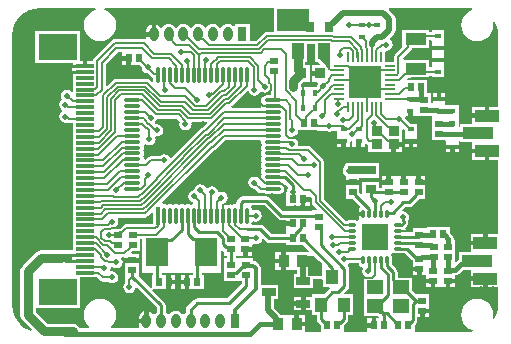
<source format=gtl>
G04*
G04 #@! TF.GenerationSoftware,Altium Limited,Altium Designer,19.1.2 (11)*
G04*
G04 Layer_Physical_Order=1*
G04 Layer_Color=128*
%FSLAX25Y25*%
%MOIN*%
G70*
G01*
G75*
%ADD10C,0.01000*%
%ADD16C,0.00800*%
%ADD19C,0.00600*%
%ADD21R,0.05512X0.04528*%
%ADD22R,0.02559X0.02362*%
%ADD23R,0.04000X0.05000*%
%ADD24R,0.02362X0.02559*%
%ADD25R,0.02200X0.01600*%
%ADD26R,0.01600X0.02200*%
%ADD27R,0.03583X0.03543*%
%ADD28R,0.03661X0.03858*%
%ADD29R,0.03150X0.03543*%
%ADD30R,0.03543X0.03150*%
%ADD31R,0.03937X0.05512*%
%ADD32R,0.07874X0.03937*%
%ADD33R,0.09843X0.03937*%
%ADD34O,0.05906X0.01181*%
%ADD35O,0.01181X0.05906*%
%ADD36R,0.01181X0.05906*%
G04:AMPARAMS|DCode=37|XSize=7.95mil|YSize=35.83mil|CornerRadius=1.99mil|HoleSize=0mil|Usage=FLASHONLY|Rotation=270.000|XOffset=0mil|YOffset=0mil|HoleType=Round|Shape=RoundedRectangle|*
%AMROUNDEDRECTD37*
21,1,0.00795,0.03185,0,0,270.0*
21,1,0.00398,0.03583,0,0,270.0*
1,1,0.00398,-0.01593,-0.00199*
1,1,0.00398,-0.01593,0.00199*
1,1,0.00398,0.01593,0.00199*
1,1,0.00398,0.01593,-0.00199*
%
%ADD37ROUNDEDRECTD37*%
G04:AMPARAMS|DCode=38|XSize=7.95mil|YSize=35.83mil|CornerRadius=1.99mil|HoleSize=0mil|Usage=FLASHONLY|Rotation=270.000|XOffset=0mil|YOffset=0mil|HoleType=Round|Shape=RoundedRectangle|*
%AMROUNDEDRECTD38*
21,1,0.00795,0.03185,0,0,270.0*
21,1,0.00398,0.03583,0,0,270.0*
1,1,0.00398,-0.01593,-0.00199*
1,1,0.00398,-0.01593,0.00199*
1,1,0.00398,0.01593,0.00199*
1,1,0.00398,0.01593,-0.00199*
%
%ADD38ROUNDEDRECTD38*%
G04:AMPARAMS|DCode=39|XSize=7.95mil|YSize=35.83mil|CornerRadius=1.99mil|HoleSize=0mil|Usage=FLASHONLY|Rotation=0.000|XOffset=0mil|YOffset=0mil|HoleType=Round|Shape=RoundedRectangle|*
%AMROUNDEDRECTD39*
21,1,0.00795,0.03185,0,0,0.0*
21,1,0.00398,0.03583,0,0,0.0*
1,1,0.00398,0.00199,-0.01593*
1,1,0.00398,-0.00199,-0.01593*
1,1,0.00398,-0.00199,0.01593*
1,1,0.00398,0.00199,0.01593*
%
%ADD39ROUNDEDRECTD39*%
G04:AMPARAMS|DCode=40|XSize=7.95mil|YSize=35.83mil|CornerRadius=1.99mil|HoleSize=0mil|Usage=FLASHONLY|Rotation=0.000|XOffset=0mil|YOffset=0mil|HoleType=Round|Shape=RoundedRectangle|*
%AMROUNDEDRECTD40*
21,1,0.00795,0.03185,0,0,0.0*
21,1,0.00398,0.03583,0,0,0.0*
1,1,0.00398,0.00199,-0.01593*
1,1,0.00398,-0.00199,-0.01593*
1,1,0.00398,-0.00199,0.01593*
1,1,0.00398,0.00199,0.01593*
%
%ADD40ROUNDEDRECTD40*%
%ADD41R,0.09055X0.09055*%
%ADD42O,0.01102X0.03150*%
%ADD43O,0.03150X0.01102*%
%ADD44R,0.04528X0.02559*%
%ADD45R,0.07087X0.03937*%
%ADD46R,0.07480X0.09449*%
%ADD47R,0.12992X0.08661*%
%ADD48R,0.05906X0.01181*%
%ADD49R,0.03740X0.03347*%
%ADD84R,0.11020X0.11020*%
%ADD85C,0.00700*%
%ADD86C,0.01500*%
%ADD87C,0.03000*%
%ADD88C,0.01200*%
%ADD89C,0.02000*%
%ADD90R,0.11000X0.07500*%
%ADD91R,0.04500X0.03000*%
%ADD92R,0.07500X0.02500*%
%ADD93R,0.03150X0.04724*%
%ADD94O,0.03150X0.04724*%
%ADD95C,0.02000*%
G36*
X11336Y110188D02*
X11500Y110155D01*
X29916D01*
X30015Y109655D01*
X28812Y109156D01*
X27698Y108302D01*
X26844Y107188D01*
X26307Y105892D01*
X26123Y104500D01*
X26307Y103108D01*
X26844Y101812D01*
X27698Y100698D01*
X28812Y99844D01*
X30108Y99306D01*
X31500Y99123D01*
X32892Y99306D01*
X34188Y99844D01*
X35302Y100698D01*
X36156Y101812D01*
X36694Y103108D01*
X36877Y104500D01*
X36694Y105892D01*
X36156Y107188D01*
X35302Y108302D01*
X34188Y109156D01*
X32985Y109655D01*
X33084Y110155D01*
X89353D01*
X89480Y110000D01*
Y102500D01*
X89383Y102381D01*
X87056D01*
X86549Y102280D01*
X86119Y101993D01*
X83351Y99225D01*
X81559D01*
Y104862D01*
X76410D01*
Y104280D01*
X75910Y104111D01*
X75899Y104124D01*
X75362Y104536D01*
X74735Y104796D01*
X74063Y104884D01*
X73391Y104796D01*
X72764Y104536D01*
X72227Y104124D01*
X71891Y103686D01*
X71657Y103639D01*
X71548D01*
X71314Y103686D01*
X70978Y104124D01*
X70440Y104536D01*
X69814Y104796D01*
X69142Y104884D01*
X68470Y104796D01*
X67843Y104536D01*
X67305Y104124D01*
X66969Y103686D01*
X66736Y103639D01*
X66626D01*
X66393Y103686D01*
X66057Y104124D01*
X65519Y104536D01*
X64893Y104796D01*
X64220Y104884D01*
X63548Y104796D01*
X62922Y104536D01*
X62384Y104124D01*
X62048Y103686D01*
X61815Y103639D01*
X61705D01*
X61472Y103686D01*
X61136Y104124D01*
X60598Y104536D01*
X59971Y104796D01*
X59299Y104884D01*
X58627Y104796D01*
X58001Y104536D01*
X57463Y104124D01*
X57127Y103686D01*
X56893Y103639D01*
X56784D01*
X56550Y103686D01*
X56214Y104124D01*
X55677Y104536D01*
X55050Y104796D01*
X54378Y104884D01*
X53706Y104796D01*
X53079Y104536D01*
X52542Y104124D01*
X52206Y103686D01*
X51972Y103639D01*
X51863D01*
X51629Y103686D01*
X51293Y104124D01*
X50755Y104536D01*
X50207Y104764D01*
Y101500D01*
X49457D01*
Y100750D01*
X46860D01*
Y100713D01*
X46922Y100239D01*
X46867Y100147D01*
X46577Y99891D01*
X46486Y99855D01*
X46121Y99927D01*
X46121Y99927D01*
X36379D01*
X36379Y99927D01*
X35832Y99819D01*
X35369Y99509D01*
X35369Y99509D01*
X29576Y93716D01*
X29267Y93253D01*
X29158Y92707D01*
X28713Y92541D01*
X27272D01*
Y90950D01*
X26505D01*
X26295Y91160D01*
X25773D01*
Y92541D01*
X24964D01*
Y102571D01*
X9972D01*
Y91909D01*
X22570D01*
Y91160D01*
X22023D01*
Y88700D01*
X22080Y88757D01*
X22580Y88682D01*
Y84671D01*
X22570D01*
Y82402D01*
X22070Y82251D01*
X21942Y82442D01*
X21280Y82884D01*
X20500Y83039D01*
X19720Y82884D01*
X19058Y82442D01*
X18616Y81780D01*
X18461Y81000D01*
X18616Y80220D01*
X18957Y79709D01*
X18558Y79442D01*
X18116Y78780D01*
X17961Y78000D01*
X18116Y77220D01*
X18558Y76558D01*
X18944Y76300D01*
Y75700D01*
X18558Y75442D01*
X18116Y74780D01*
X17961Y74000D01*
X18116Y73220D01*
X18558Y72558D01*
X19220Y72116D01*
X20000Y71961D01*
X20357Y72032D01*
X20522Y71921D01*
X21069Y71813D01*
X22570D01*
Y69679D01*
Y65740D01*
Y61800D01*
Y57869D01*
Y53930D01*
Y49990D01*
Y46055D01*
Y42120D01*
Y38179D01*
Y34244D01*
Y29756D01*
X22070Y29506D01*
X22000Y29520D01*
X18648D01*
X18500Y29549D01*
X12000D01*
X11025Y29355D01*
X10198Y28802D01*
X5698Y24302D01*
X5145Y23475D01*
X4951Y22500D01*
Y8000D01*
X5145Y7025D01*
X5698Y6198D01*
X8754Y3141D01*
X8497Y2712D01*
X7801Y2923D01*
X6243Y3756D01*
X4877Y4877D01*
X3756Y6243D01*
X2923Y7801D01*
X2410Y9492D01*
X2237Y11250D01*
X2246Y11337D01*
X2279Y11502D01*
Y101435D01*
X2267Y101495D01*
X2409Y102942D01*
X2922Y104632D01*
X3755Y106191D01*
X4876Y107556D01*
X6241Y108677D01*
X7800Y109510D01*
X9490Y110023D01*
X11248Y110196D01*
X11336Y110188D01*
D02*
G37*
G36*
X155494Y110096D02*
X155377Y109506D01*
X154532Y109156D01*
X153419Y108302D01*
X152564Y107188D01*
X152027Y105892D01*
X151844Y104500D01*
X152027Y103108D01*
X152564Y101812D01*
X153419Y100698D01*
X154532Y99844D01*
X155829Y99306D01*
X157220Y99123D01*
X158612Y99306D01*
X159909Y99844D01*
X161022Y100698D01*
X161877Y101812D01*
X162414Y103108D01*
X162597Y104500D01*
X162449Y105625D01*
X162933Y105780D01*
X163510Y104701D01*
X164023Y103010D01*
X164196Y101251D01*
X164188Y101164D01*
X164155Y101000D01*
Y77374D01*
X161250D01*
Y74405D01*
X160500D01*
Y73655D01*
X155563D01*
Y71469D01*
X151626D01*
Y70608D01*
X151600Y70587D01*
X151100Y70822D01*
Y73800D01*
X151100D01*
Y74200D01*
X151100D01*
Y77800D01*
X146900D01*
Y77800D01*
X146796D01*
X146600Y78200D01*
X146600Y78300D01*
Y79250D01*
X144500D01*
X142400D01*
Y78715D01*
X141900Y78468D01*
X141779Y78561D01*
Y81854D01*
X140575D01*
Y86279D01*
X133951D01*
X133760Y86742D01*
X134101Y87083D01*
X135152D01*
X135152Y87083D01*
X135290Y87110D01*
X141264D01*
Y87573D01*
X142121D01*
Y87200D01*
X146320D01*
Y90700D01*
X146320Y90800D01*
Y91200D01*
X146320Y91300D01*
Y92250D01*
X144220D01*
X142121D01*
Y91300D01*
X142121Y91200D01*
Y90800D01*
X141764Y90457D01*
X141264Y90506D01*
Y93047D01*
X132762D01*
X132566Y93547D01*
X135231Y96212D01*
X135231Y96212D01*
X135540Y96675D01*
X135595Y96953D01*
X141264D01*
Y99494D01*
X141764Y99543D01*
X142121Y99200D01*
Y98800D01*
X142121Y98700D01*
Y97750D01*
X144220D01*
X146320D01*
Y98700D01*
X146320Y98800D01*
Y99200D01*
X146320Y99300D01*
Y102800D01*
X142121D01*
Y102427D01*
X141264D01*
Y102890D01*
X132177D01*
Y97196D01*
X129991Y95009D01*
X129681Y94546D01*
X129573Y94000D01*
X129573Y94000D01*
Y92433D01*
X126653D01*
Y95478D01*
X126645Y95522D01*
X127000Y95961D01*
X127780Y96116D01*
X128442Y96558D01*
X128884Y97220D01*
X129039Y98000D01*
X128884Y98780D01*
X128442Y99442D01*
X128197Y99606D01*
X128133Y100250D01*
X129442Y101558D01*
X129884Y102220D01*
X130039Y103000D01*
Y106500D01*
X129884Y107280D01*
X129442Y107942D01*
X127729Y109655D01*
X127936Y110155D01*
X155435D01*
X155494Y110096D01*
D02*
G37*
G36*
X108000Y90000D02*
X107000Y91000D01*
X104500Y93500D01*
X104500Y94000D01*
X108000D01*
X108000Y90000D01*
D02*
G37*
G36*
X38866Y94250D02*
X41047D01*
Y93500D01*
X41797D01*
Y91220D01*
X44655D01*
X45383Y90492D01*
X45379Y90475D01*
X45534Y89695D01*
X45976Y89033D01*
X46638Y88591D01*
X47418Y88436D01*
X47436Y88440D01*
X48554Y87321D01*
X48554Y87321D01*
X49017Y87011D01*
X49264Y86962D01*
Y85833D01*
X48764Y85626D01*
X48053Y86337D01*
X47623Y86625D01*
X47115Y86725D01*
X36885D01*
X36377Y86625D01*
X35947Y86337D01*
X33975Y84364D01*
X33513Y84556D01*
Y91494D01*
X37591Y95573D01*
X38866D01*
Y94250D01*
D02*
G37*
G36*
X103083Y92244D02*
X104314D01*
X104824Y91734D01*
X104633Y91272D01*
X102079D01*
Y89250D01*
X104870D01*
Y87750D01*
X102079D01*
Y85728D01*
X103960D01*
X104227Y85228D01*
X104053Y84967D01*
X103898Y84187D01*
X103409Y84100D01*
X101420D01*
Y84100D01*
X101021D01*
Y84100D01*
X98549D01*
Y84893D01*
X99384Y85728D01*
X101362D01*
Y91272D01*
X99939D01*
Y92244D01*
X100358D01*
Y98430D01*
X103083D01*
Y92244D01*
D02*
G37*
G36*
X81064Y82482D02*
X81116Y82220D01*
X81558Y81558D01*
X82220Y81116D01*
X83000Y80961D01*
X83780Y81116D01*
X84442Y81558D01*
X84884Y82220D01*
X85414Y82320D01*
X85720Y82116D01*
X86500Y81961D01*
X87280Y82116D01*
X87942Y82558D01*
X87973Y82604D01*
X88473Y82452D01*
Y81136D01*
X86762D01*
X86142Y81012D01*
X85615Y80661D01*
X85264Y80135D01*
X85141Y79514D01*
X85264Y78893D01*
X85507Y78530D01*
X85264Y78166D01*
X85141Y77545D01*
X85181Y77340D01*
X84864Y76953D01*
X75354D01*
X75224Y77453D01*
X75537Y77663D01*
X80521Y82647D01*
X81064Y82482D01*
D02*
G37*
G36*
X58150Y72331D02*
X58116Y72280D01*
X57961Y71500D01*
X58116Y70720D01*
X58558Y70058D01*
X59220Y69616D01*
X60000Y69461D01*
X60780Y69616D01*
X61442Y70058D01*
X61884Y70720D01*
X62039Y71500D01*
X61962Y71888D01*
X62279Y72275D01*
X67074D01*
X67265Y71813D01*
X66248Y70796D01*
X65876Y70722D01*
X65430Y70423D01*
X55344Y60337D01*
X54762Y60463D01*
X54442Y60942D01*
X53780Y61384D01*
X53000Y61539D01*
X52220Y61384D01*
X51558Y60942D01*
X51480Y60826D01*
X48500D01*
X47993Y60725D01*
X47563Y60437D01*
X46774Y59649D01*
X46456Y59770D01*
X46292Y59873D01*
X46177Y60450D01*
X45934Y60813D01*
X46177Y61176D01*
X46300Y61797D01*
X46177Y62418D01*
X45934Y62782D01*
X46177Y63145D01*
X46300Y63766D01*
X46177Y64387D01*
X46139Y64443D01*
X46189Y64707D01*
X46378Y64986D01*
X46597Y65008D01*
X46653Y64995D01*
X47220Y64616D01*
X48000Y64461D01*
X48780Y64616D01*
X49442Y65058D01*
X49884Y65720D01*
X50039Y66500D01*
X49927Y67065D01*
X50270Y67477D01*
X50312Y67498D01*
X50500Y67461D01*
X51280Y67616D01*
X51942Y68058D01*
X52384Y68720D01*
X52539Y69500D01*
X52384Y70280D01*
X51942Y70942D01*
X51280Y71384D01*
X50500Y71539D01*
X50090Y71457D01*
X49803Y71726D01*
X49833Y72248D01*
X50275Y72910D01*
X50367Y73373D01*
X57109D01*
X58150Y72331D01*
D02*
G37*
G36*
X135750Y74200D02*
X137100D01*
X137221Y74146D01*
Y74146D01*
X141779D01*
Y74146D01*
X142276Y74136D01*
X142318Y74042D01*
X142220Y73854D01*
X142220D01*
Y69492D01*
Y66146D01*
X146543D01*
X146862Y65837D01*
X146900Y65696D01*
Y64750D01*
X149000D01*
X151100D01*
Y65700D01*
X151100Y65800D01*
Y66200D01*
X151126Y66222D01*
X151626Y65992D01*
Y65531D01*
X155563D01*
Y63345D01*
X160500D01*
Y62594D01*
X161250D01*
Y59626D01*
X164155D01*
Y34874D01*
X160750D01*
Y31905D01*
X160000D01*
Y31155D01*
X155063D01*
Y28969D01*
X151126D01*
Y26521D01*
X150738Y26262D01*
X150241Y25765D01*
X149779Y25956D01*
Y28492D01*
Y32854D01*
X149760D01*
X149452Y33226D01*
X149317Y33908D01*
X148930Y34487D01*
X148930Y34487D01*
X148075Y35342D01*
Y37279D01*
X140366D01*
X140279Y36854D01*
X135721D01*
Y35529D01*
X133810D01*
X133492Y35916D01*
X133503Y35969D01*
X133382Y36574D01*
X133129Y36953D01*
X133162Y37003D01*
X133781Y37622D01*
X133800Y37650D01*
X133827Y37670D01*
X133965Y37897D01*
X134113Y38118D01*
X134120Y38151D01*
X134137Y38180D01*
X134177Y38442D01*
X134229Y38703D01*
X134223Y38736D01*
X134228Y38770D01*
X134199Y39442D01*
X134384Y39720D01*
X134539Y40500D01*
X134384Y41280D01*
X133942Y41942D01*
X133280Y42384D01*
X132525Y42534D01*
X132455Y42640D01*
X132292Y43008D01*
X133255Y43971D01*
X134500D01*
X135085Y44087D01*
X135581Y44419D01*
X137809Y46646D01*
X140000D01*
Y49992D01*
Y51423D01*
X137721D01*
Y52173D01*
X136970D01*
Y54354D01*
X135441D01*
Y54354D01*
X135000Y54354D01*
Y54354D01*
X133470D01*
Y52173D01*
X131971D01*
Y54354D01*
X130441D01*
Y54354D01*
X130000D01*
Y54354D01*
X128471D01*
Y52173D01*
X127720D01*
Y51423D01*
X125441D01*
Y50356D01*
X124492D01*
Y52425D01*
X118949D01*
Y48415D01*
X118487Y48223D01*
X118000Y48710D01*
Y51423D01*
X115720D01*
X113441D01*
Y49992D01*
Y46646D01*
X115739D01*
X118201Y44183D01*
X118165Y43819D01*
X117822Y43306D01*
X117702Y42701D01*
Y42427D01*
X119283D01*
Y40927D01*
X117702D01*
Y40653D01*
X117822Y40048D01*
X117836Y40028D01*
X117693Y39528D01*
X117193Y39384D01*
X117172Y39398D01*
X116567Y39519D01*
X114520D01*
X113915Y39398D01*
X113711Y39263D01*
X113499D01*
X106325Y46436D01*
Y58828D01*
X106325Y58828D01*
X106225Y59336D01*
X105937Y59766D01*
X101766Y63937D01*
X101336Y64225D01*
X100828Y64325D01*
X97799D01*
X97482Y64712D01*
X97539Y65000D01*
X97384Y65780D01*
X96942Y66442D01*
X96788Y66545D01*
X96703Y66671D01*
X96273Y66959D01*
X95906Y67032D01*
Y67541D01*
X96280Y67616D01*
X96942Y68058D01*
X97384Y68720D01*
X97539Y69500D01*
X97720Y69721D01*
X103184D01*
X103557Y69471D01*
X104104Y69363D01*
X104104Y69363D01*
X106851D01*
X107220Y69116D01*
X108000Y68961D01*
X108780Y69116D01*
X109149Y69363D01*
X110610D01*
Y68090D01*
X110610Y67990D01*
X110610D01*
Y67590D01*
X110610D01*
Y66540D01*
X112710D01*
Y65790D01*
X113460D01*
Y63990D01*
X114810D01*
Y65672D01*
X115232Y65971D01*
X115610Y65792D01*
Y63990D01*
X116960D01*
Y65790D01*
X118460D01*
Y63990D01*
X119810D01*
Y64800D01*
X120073Y64909D01*
X120310Y64964D01*
X120733Y64681D01*
X120840Y64660D01*
Y62117D01*
X128669D01*
Y64790D01*
X129419D01*
Y65540D01*
X132289D01*
Y66644D01*
Y69739D01*
X132751Y69931D01*
X133110Y69571D01*
Y68090D01*
X133110Y67990D01*
Y67590D01*
X133110Y67490D01*
Y66540D01*
X135210D01*
X137310D01*
Y67490D01*
X137310Y67590D01*
Y67990D01*
X137310Y68090D01*
Y71590D01*
X135129D01*
X133194Y73525D01*
X133159Y73700D01*
X133559Y74200D01*
X134250D01*
Y76000D01*
X135750D01*
Y74200D01*
D02*
G37*
G36*
X85182Y65940D02*
X85141Y65734D01*
X85264Y65113D01*
X85507Y64750D01*
X85264Y64387D01*
X85141Y63766D01*
X85264Y63145D01*
X85507Y62782D01*
X85264Y62418D01*
X85141Y61797D01*
X85264Y61176D01*
X85507Y60813D01*
X85264Y60450D01*
X85141Y59829D01*
X85264Y59208D01*
X85507Y58845D01*
X85264Y58481D01*
X85141Y57860D01*
X85264Y57239D01*
X85507Y56876D01*
X85264Y56513D01*
X85141Y55892D01*
X85264Y55271D01*
X85507Y54908D01*
X85264Y54544D01*
X85141Y53923D01*
X85264Y53302D01*
X85283Y53274D01*
X85244Y53142D01*
X85128Y53092D01*
X84634Y53155D01*
X84442Y53442D01*
X83780Y53884D01*
X83000Y54039D01*
X82220Y53884D01*
X81558Y53442D01*
X81116Y52780D01*
X80961Y52000D01*
X81116Y51220D01*
X81558Y50558D01*
X82220Y50116D01*
X83000Y49961D01*
X83017Y49964D01*
X84005Y48977D01*
X84005Y48977D01*
X84468Y48667D01*
X85014Y48559D01*
X85014Y48559D01*
X86036D01*
X86142Y48488D01*
X86762Y48364D01*
X91487D01*
X92107Y48488D01*
X92633Y48839D01*
X92985Y49365D01*
X93108Y49986D01*
X92985Y50607D01*
X92883Y50759D01*
X93057Y51148D01*
X93576Y51261D01*
X94297Y50540D01*
Y50148D01*
X93943Y49617D01*
X93788Y48837D01*
X93741Y48779D01*
X93646D01*
Y44221D01*
X98423D01*
Y46500D01*
X99173D01*
Y47250D01*
X101673D01*
X101816Y47309D01*
X102174Y46951D01*
Y45548D01*
X102275Y45041D01*
X102563Y44611D01*
X103857Y43316D01*
X103666Y42854D01*
X102220D01*
Y42509D01*
X97103D01*
X97000Y42529D01*
X92633D01*
X88081Y47081D01*
X87585Y47413D01*
X87000Y47529D01*
X79030D01*
X78445Y47413D01*
X77949Y47081D01*
X77363Y46496D01*
X77031Y46000D01*
X76932Y45499D01*
X76784Y45279D01*
X76529Y45070D01*
X76477Y45080D01*
X75856Y44956D01*
X75492Y44713D01*
X75128Y44956D01*
X74507Y45080D01*
X73887Y44956D01*
X73786Y44889D01*
X73515Y45019D01*
X73446Y45526D01*
X73465Y45592D01*
X73884Y46220D01*
X74039Y47000D01*
X73884Y47780D01*
X73442Y48442D01*
X72780Y48884D01*
X72000Y49039D01*
X71220Y48884D01*
X70765Y49181D01*
X70685Y49582D01*
X70243Y50243D01*
X69582Y50685D01*
X68801Y50840D01*
X68021Y50685D01*
X67396Y50268D01*
X67225Y50272D01*
X66833Y50356D01*
X66442Y50942D01*
X65780Y51384D01*
X65000Y51539D01*
X64220Y51384D01*
X63558Y50942D01*
X63116Y50280D01*
X62967Y49533D01*
X62220Y49384D01*
X61558Y48942D01*
X61116Y48280D01*
X60961Y47500D01*
X61116Y46720D01*
X61558Y46058D01*
X62220Y45616D01*
X62524Y45555D01*
Y45046D01*
X62076Y44956D01*
X61712Y44714D01*
X61349Y44956D01*
X60729Y45080D01*
X60108Y44956D01*
X59744Y44713D01*
X59380Y44956D01*
X58759Y45080D01*
X58139Y44956D01*
X57775Y44714D01*
X57412Y44956D01*
X56792Y45080D01*
X56171Y44956D01*
X55807Y44713D01*
X55443Y44956D01*
X54822Y45080D01*
X54202Y44956D01*
X53838Y44714D01*
X53475Y44956D01*
X52973Y45056D01*
X52855Y45080D01*
X52476Y45049D01*
X52243Y45452D01*
X52219Y45511D01*
X69455Y62747D01*
X69613Y62778D01*
X70059Y63077D01*
X73309Y66326D01*
X84864D01*
X85182Y65940D01*
D02*
G37*
G36*
X90919Y39919D02*
X91415Y39587D01*
X92000Y39471D01*
X93646D01*
Y39250D01*
X95827D01*
Y37750D01*
X93646D01*
Y36220D01*
X93646Y36220D01*
Y35780D01*
X93646D01*
X93646Y35721D01*
Y35029D01*
X88634D01*
X86081Y37581D01*
X85585Y37913D01*
X85000Y38029D01*
X82405D01*
X81994Y38529D01*
X82035Y38734D01*
Y39059D01*
X82476Y39295D01*
X82672Y39164D01*
X83452Y39009D01*
X84232Y39164D01*
X84894Y39606D01*
X85336Y40268D01*
X85491Y41048D01*
X85336Y41828D01*
X84894Y42490D01*
X84232Y42932D01*
X83452Y43087D01*
X82672Y42932D01*
X82535Y42841D01*
X82035Y43108D01*
Y43458D01*
X81933Y43971D01*
X82205Y44471D01*
X86366D01*
X90919Y39919D01*
D02*
G37*
G36*
X49295Y41934D02*
Y41043D01*
X49268Y40905D01*
X49268Y40905D01*
Y38382D01*
X40321D01*
X40321Y38382D01*
X39774Y38273D01*
X39311Y37964D01*
X39311Y37964D01*
X38216Y36869D01*
X38143Y36854D01*
X36789D01*
X36637Y37354D01*
X36942Y37558D01*
X37384Y38220D01*
X37539Y39000D01*
X37384Y39780D01*
X37249Y39983D01*
X37484Y40424D01*
X46450D01*
X46976Y40528D01*
X47423Y40827D01*
X47944Y41348D01*
X48281Y41573D01*
X48833Y42125D01*
X49295Y41934D01*
D02*
G37*
G36*
X86919Y32419D02*
X87415Y32087D01*
X88000Y31971D01*
X93646D01*
Y31220D01*
X99290D01*
X101119Y29391D01*
X100928Y28929D01*
X96020D01*
X95921Y28929D01*
X95520D01*
X95421Y28929D01*
X93439D01*
Y26000D01*
Y23071D01*
X95421D01*
X95520Y23071D01*
X95921D01*
X96020Y23071D01*
X97268D01*
Y21520D01*
X96043D01*
Y16961D01*
X102571D01*
Y19980D01*
X103402D01*
X103500Y19961D01*
X103598Y19980D01*
X105500D01*
X106000Y19576D01*
Y17224D01*
X107981D01*
X108133Y16724D01*
X107919Y16581D01*
X106113Y14776D01*
X102260D01*
Y14039D01*
X100057D01*
Y11760D01*
Y9480D01*
X102260D01*
Y7776D01*
X103730D01*
Y6567D01*
X103847Y5982D01*
X104178Y5486D01*
X105146Y4518D01*
Y2345D01*
X99862D01*
Y4250D01*
X97031D01*
Y5000D01*
X96281D01*
Y7929D01*
X94201D01*
Y7929D01*
X93799D01*
Y7929D01*
X91830D01*
X91580Y8304D01*
X89539Y10345D01*
Y13220D01*
X90957D01*
Y17779D01*
X85131D01*
Y23500D01*
X85007Y24124D01*
X84654Y24654D01*
X83730Y25577D01*
X83201Y25930D01*
X82577Y26055D01*
X82500D01*
Y26854D01*
X78000D01*
X77941Y26854D01*
Y26854D01*
X77500D01*
Y26854D01*
X76750D01*
Y27646D01*
X77500D01*
Y27646D01*
X77720Y27646D01*
Y27646D01*
X79250D01*
Y29827D01*
X80000D01*
Y30577D01*
X82279D01*
Y31381D01*
X82602Y31553D01*
X82780Y31604D01*
X83500Y31461D01*
X84280Y31616D01*
X84942Y32058D01*
X85384Y32720D01*
X85471Y33159D01*
X86014Y33323D01*
X86919Y32419D01*
D02*
G37*
G36*
X45500Y22000D02*
X49120D01*
Y21280D01*
X48866D01*
Y17004D01*
X48366Y16797D01*
X44500Y20663D01*
Y23992D01*
Y25423D01*
X42221D01*
X39941D01*
Y23992D01*
Y20646D01*
X39941Y20646D01*
X40011Y20146D01*
X39924Y19713D01*
Y18770D01*
X39808Y18692D01*
X39366Y18030D01*
X39211Y17250D01*
X39366Y16470D01*
X39808Y15808D01*
X40470Y15366D01*
X41250Y15211D01*
X42030Y15366D01*
X42692Y15808D01*
X43134Y16470D01*
X43221Y16909D01*
X43764Y17073D01*
X50349Y10489D01*
Y8859D01*
X50042Y8624D01*
X49706Y8186D01*
X49472Y8139D01*
X49362D01*
X49129Y8186D01*
X48793Y8624D01*
X48255Y9037D01*
X47707Y9264D01*
Y6000D01*
X46957D01*
Y5250D01*
X44360D01*
Y5213D01*
X44448Y4540D01*
X44658Y4034D01*
X44434Y3534D01*
X35215D01*
X35054Y4008D01*
X35302Y4198D01*
X36156Y5312D01*
X36694Y6608D01*
X36877Y8000D01*
X36694Y9392D01*
X36156Y10688D01*
X35302Y11802D01*
X34188Y12656D01*
X32892Y13194D01*
X31500Y13377D01*
X30108Y13194D01*
X28812Y12656D01*
X27698Y11802D01*
X26844Y10688D01*
X26307Y9392D01*
X26123Y8000D01*
X26307Y6608D01*
X26844Y5312D01*
X27698Y4198D01*
X27946Y4008D01*
X27785Y3534D01*
X24816D01*
X24302Y4302D01*
X23475Y4855D01*
X22500Y5049D01*
X14056D01*
X10049Y9056D01*
Y10429D01*
X24964D01*
Y20464D01*
X30475D01*
X30475Y20464D01*
Y20464D01*
X30827Y20154D01*
X31491Y19491D01*
X31491Y19491D01*
X31954Y19181D01*
X32500Y19073D01*
X34048D01*
X34058Y19058D01*
X34720Y18616D01*
X35500Y18461D01*
X36280Y18616D01*
X36942Y19058D01*
X37384Y19720D01*
X37539Y20500D01*
X37384Y21280D01*
X36942Y21942D01*
X36280Y22384D01*
X35500Y22539D01*
X35312Y22502D01*
X35270Y22523D01*
X34927Y22935D01*
X35039Y23500D01*
X35002Y23686D01*
X35125Y23835D01*
X35558Y24058D01*
X36220Y23616D01*
X37000Y23461D01*
X37780Y23616D01*
X38442Y24058D01*
X38884Y24720D01*
X39039Y25500D01*
X38884Y26280D01*
X38621Y26675D01*
X38888Y27174D01*
X39673D01*
X39941Y26955D01*
Y26923D01*
X42221D01*
X44500D01*
Y28354D01*
X42055D01*
X41864Y28816D01*
X42193Y29146D01*
X44780D01*
Y33399D01*
X45500D01*
Y22000D01*
D02*
G37*
G36*
X105500Y25000D02*
Y21000D01*
X101000D01*
Y24000D01*
X100500D01*
X99500Y27500D01*
X103000D01*
X105500Y25000D01*
D02*
G37*
G36*
X72907Y29095D02*
X72941Y29088D01*
Y27646D01*
X73691D01*
Y26854D01*
X72941D01*
Y22492D01*
Y19146D01*
X77441D01*
X77500Y19146D01*
Y19146D01*
X77941D01*
Y19146D01*
X78691D01*
Y18354D01*
X73866Y13529D01*
X64000D01*
X63415Y13413D01*
X62919Y13081D01*
X60639Y10802D01*
X60308Y10306D01*
X60191Y9720D01*
Y8859D01*
X59884Y8624D01*
X59548Y8186D01*
X59315Y8139D01*
X59205D01*
X58972Y8186D01*
X58636Y8624D01*
X58098Y9037D01*
X57471Y9296D01*
X56799Y9384D01*
X56127Y9296D01*
X55501Y9037D01*
X54963Y8624D01*
X54627Y8186D01*
X54393Y8139D01*
X54284D01*
X54050Y8186D01*
X53714Y8624D01*
X53407Y8859D01*
Y11122D01*
X53291Y11707D01*
X52959Y12203D01*
X48942Y16220D01*
X49150Y16721D01*
X53644D01*
Y19000D01*
Y21280D01*
X52179D01*
Y22000D01*
X62364D01*
Y21280D01*
X61297D01*
Y19000D01*
Y16721D01*
X66075D01*
Y21280D01*
X65423D01*
Y22000D01*
X72000D01*
Y29210D01*
X72500Y29367D01*
X72907Y29095D01*
D02*
G37*
G36*
X129269Y28602D02*
X129874Y28481D01*
X131921D01*
X132184Y28534D01*
X133303D01*
X135564Y26273D01*
X135721Y26169D01*
Y24077D01*
X138000D01*
Y23327D01*
X138750D01*
Y21146D01*
X140220D01*
Y20077D01*
X142500D01*
Y19327D01*
X143250D01*
Y17146D01*
X144780D01*
Y17146D01*
X145220D01*
Y17146D01*
X146750D01*
Y19327D01*
X147500D01*
Y20077D01*
X149779D01*
Y21124D01*
X149908D01*
X150591Y21260D01*
X151170Y21646D01*
X152555Y23031D01*
X155063D01*
Y20844D01*
X160000D01*
Y20095D01*
X160750D01*
Y17126D01*
X164155D01*
Y11065D01*
X164211Y10781D01*
X164091Y9558D01*
X163578Y7868D01*
X162923Y6641D01*
X162439Y6797D01*
X162597Y8000D01*
X162414Y9392D01*
X161877Y10688D01*
X161022Y11802D01*
X159909Y12656D01*
X158612Y13194D01*
X157220Y13377D01*
X155829Y13194D01*
X154532Y12656D01*
X153419Y11802D01*
X152564Y10688D01*
X152027Y9392D01*
X151844Y8000D01*
X152027Y6608D01*
X152564Y5312D01*
X153419Y4198D01*
X154532Y3344D01*
X155719Y2852D01*
X155665Y2345D01*
X155252Y2304D01*
X155164Y2312D01*
X155000Y2345D01*
X136354D01*
Y4518D01*
X136868Y5032D01*
X137200Y5528D01*
X137316Y6113D01*
Y7146D01*
X138250D01*
Y9327D01*
X139000D01*
Y10077D01*
X141279D01*
Y10492D01*
Y14854D01*
X136721D01*
X136721Y14854D01*
Y14854D01*
X136379Y15181D01*
X135587Y15974D01*
Y20413D01*
X130729D01*
Y22149D01*
X130613Y22734D01*
X130281Y23231D01*
X128687Y24825D01*
Y25037D01*
X128739Y25299D01*
Y27346D01*
X128619Y27952D01*
X128605Y27972D01*
X128748Y28472D01*
X129248Y28616D01*
X129269Y28602D01*
D02*
G37*
G36*
X117822Y24694D02*
X118165Y24181D01*
X118678Y23838D01*
X118863Y23801D01*
X119116Y23280D01*
X118961Y22500D01*
X119116Y21720D01*
X119558Y21058D01*
X119775Y20913D01*
X119623Y20413D01*
X119413D01*
Y13886D01*
Y7587D01*
X124226D01*
X124495Y7275D01*
X124364Y6780D01*
X123577D01*
Y4500D01*
X122827D01*
Y3750D01*
X120646D01*
Y2345D01*
X112854D01*
Y4518D01*
X113822Y5486D01*
X114153Y5982D01*
X114270Y6567D01*
Y7776D01*
X115740D01*
Y14776D01*
X113092D01*
X112900Y15237D01*
X114081Y16419D01*
X114413Y16915D01*
X114529Y17500D01*
Y23389D01*
X114413Y23974D01*
X114144Y24376D01*
X114237Y24922D01*
X114442Y25058D01*
X114520Y25174D01*
X117727D01*
X117822Y24694D01*
D02*
G37*
%LPC*%
G36*
X48707Y104764D02*
X48158Y104536D01*
X47620Y104124D01*
X47208Y103586D01*
X46948Y102960D01*
X46860Y102287D01*
Y102250D01*
X48707D01*
Y104764D01*
D02*
G37*
G36*
X146320Y96250D02*
X144220D01*
X142121D01*
Y95300D01*
X142121Y95200D01*
Y94800D01*
X142121Y94700D01*
Y93750D01*
X144220D01*
X146320D01*
Y94700D01*
X146320Y94800D01*
Y95200D01*
X146320Y95300D01*
Y96250D01*
D02*
G37*
G36*
X146600Y81800D02*
X145250D01*
Y80750D01*
X146600D01*
Y81800D01*
D02*
G37*
G36*
X143750D02*
X142400D01*
Y80750D01*
X143750D01*
Y81800D01*
D02*
G37*
G36*
X159750Y77374D02*
X155563D01*
Y75156D01*
X159750D01*
Y77374D01*
D02*
G37*
G36*
X40297Y92750D02*
X38866D01*
Y91220D01*
X40297D01*
Y92750D01*
D02*
G37*
G36*
X137310Y65040D02*
X135960D01*
Y63990D01*
X137310D01*
Y65040D01*
D02*
G37*
G36*
X134460D02*
X133110D01*
Y63990D01*
X134460D01*
Y65040D01*
D02*
G37*
G36*
X111960D02*
X110610D01*
Y63990D01*
X111960D01*
Y65040D01*
D02*
G37*
G36*
X151100Y63250D02*
X149750D01*
Y62200D01*
X151100D01*
Y63250D01*
D02*
G37*
G36*
X148250D02*
X146900D01*
Y62200D01*
X148250D01*
Y63250D01*
D02*
G37*
G36*
X132289Y64040D02*
X130169D01*
Y62117D01*
X132289D01*
Y64040D01*
D02*
G37*
G36*
X159750Y61844D02*
X155563D01*
Y59626D01*
X159750D01*
Y61844D01*
D02*
G37*
G36*
X124492Y58724D02*
X118949D01*
Y58520D01*
X114000D01*
X113610Y58442D01*
X113279Y58221D01*
X113058Y57890D01*
X112980Y57500D01*
Y57326D01*
X112616Y56780D01*
X112461Y56000D01*
X112616Y55220D01*
X113058Y54558D01*
X113120Y54516D01*
X113279Y54279D01*
X113441Y54171D01*
Y52923D01*
X115720D01*
X118000D01*
Y53693D01*
X118500Y53961D01*
X118949Y53659D01*
Y53575D01*
X124492D01*
Y58724D01*
D02*
G37*
G36*
X140000Y54354D02*
X138470D01*
Y52923D01*
X140000D01*
Y54354D01*
D02*
G37*
G36*
X126971Y54354D02*
X125441D01*
Y52923D01*
X126971D01*
Y54354D01*
D02*
G37*
G36*
X159250Y34874D02*
X155063D01*
Y32656D01*
X159250D01*
Y34874D01*
D02*
G37*
G36*
X101354Y45750D02*
X99923D01*
Y44221D01*
X101354D01*
Y45750D01*
D02*
G37*
G36*
X82279Y29077D02*
X80750D01*
Y27646D01*
X82279D01*
Y29077D01*
D02*
G37*
G36*
X91939Y28929D02*
X89858D01*
Y26750D01*
X91939D01*
Y28929D01*
D02*
G37*
G36*
Y25250D02*
X89858D01*
Y23071D01*
X91939D01*
Y25250D01*
D02*
G37*
G36*
X98557Y14039D02*
X96043D01*
Y12510D01*
X98557D01*
Y14039D01*
D02*
G37*
G36*
Y11010D02*
X96043D01*
Y9480D01*
X98557D01*
Y11010D01*
D02*
G37*
G36*
X99862Y7929D02*
X97781D01*
Y5750D01*
X99862D01*
Y7929D01*
D02*
G37*
G36*
X46207Y9264D02*
X45658Y9037D01*
X45120Y8624D01*
X44708Y8086D01*
X44448Y7460D01*
X44360Y6787D01*
Y6750D01*
X46207D01*
Y9264D01*
D02*
G37*
G36*
X56575Y21280D02*
X55144D01*
Y19750D01*
X56575D01*
Y21280D01*
D02*
G37*
G36*
X59797Y21280D02*
X58366D01*
Y19750D01*
X59797D01*
Y21280D01*
D02*
G37*
G36*
Y18250D02*
X58366D01*
Y16721D01*
X59797D01*
Y18250D01*
D02*
G37*
G36*
X56575D02*
X55144D01*
Y16721D01*
X56575D01*
Y18250D01*
D02*
G37*
G36*
X137250Y22577D02*
X135721D01*
Y21146D01*
X137250D01*
Y22577D01*
D02*
G37*
G36*
X149779Y18577D02*
X148250D01*
Y17146D01*
X149779D01*
Y18577D01*
D02*
G37*
G36*
X141750D02*
X140220D01*
Y17146D01*
X141750D01*
Y18577D01*
D02*
G37*
G36*
X159250Y19344D02*
X155063D01*
Y17126D01*
X159250D01*
Y19344D01*
D02*
G37*
G36*
X141279Y8577D02*
X139750D01*
Y7146D01*
X141279D01*
Y8577D01*
D02*
G37*
G36*
X122077Y6780D02*
X120646D01*
Y5250D01*
X122077D01*
Y6780D01*
D02*
G37*
%LPD*%
D10*
X125425Y9087D02*
X126045Y8467D01*
X127033D01*
X130146Y5354D01*
X125425Y8595D02*
Y9087D01*
X124933D02*
X125425D01*
Y8595D02*
X126173Y7846D01*
Y4500D02*
Y7846D01*
X113000Y17500D02*
Y23389D01*
X105280Y31109D02*
X113000Y23389D01*
X105280Y31109D02*
Y36646D01*
X99173Y33500D02*
X109000Y23673D01*
X133937Y30063D02*
X136646Y27354D01*
X130898Y30063D02*
X133937D01*
X136646Y27354D02*
X137319D01*
X138000Y26673D01*
X137319Y32008D02*
X138000Y31327D01*
X137547Y34000D02*
X138018Y34470D01*
X130898Y32032D02*
X136635D01*
X136658Y32008D01*
X137319D01*
X130898Y34000D02*
X137547D01*
X123169Y10850D02*
X124933Y9087D01*
X130146Y5181D02*
Y5354D01*
Y5181D02*
X130827Y4500D01*
X135787Y11735D02*
X136725Y12673D01*
X135787Y6113D02*
Y11735D01*
X134953Y5280D02*
X135787Y6113D01*
X134854Y5280D02*
X134953D01*
X134173Y4598D02*
X134854Y5280D01*
X134173Y4500D02*
Y4598D01*
X136725Y12673D02*
X139000D01*
X134087Y15311D02*
X136725Y12673D01*
X134087Y15311D02*
Y15386D01*
X132323Y17150D02*
X134087Y15386D01*
X131831Y17150D02*
X132323D01*
X129200Y19780D02*
X129575Y19406D01*
Y18913D02*
Y19406D01*
Y18913D02*
X131339Y17150D01*
X131831D01*
X129200Y19780D02*
Y22149D01*
X127157Y24192D02*
X129200Y22149D01*
X127157Y24192D02*
Y26323D01*
X125189Y23756D02*
Y26323D01*
X122827Y10508D02*
X123169Y10850D01*
X125425Y12689D02*
X127500Y14764D01*
X125425Y12614D02*
Y12689D01*
X123661Y10850D02*
X125425Y12614D01*
X123169Y10850D02*
X123661D01*
X127500Y14764D02*
Y21445D01*
X125189Y23756D02*
X127500Y21445D01*
X20500Y89000D02*
X20510Y88990D01*
X26533D01*
X20000Y90500D02*
X20450Y90950D01*
X26522D01*
X72500Y31500D02*
X73492Y30508D01*
X72500Y31500D02*
Y33500D01*
X70500Y35500D02*
X72500Y33500D01*
X73492Y30508D02*
X74539D01*
X64500Y35500D02*
X70500D01*
X95827Y48837D02*
Y51173D01*
Y46500D02*
Y48837D01*
X80500Y36500D02*
X85000D01*
X88000Y33500D01*
X95827D01*
X130898Y32032D02*
X130917Y32051D01*
X132013D02*
X132017Y32054D01*
X130917Y32051D02*
X132013D01*
X129209Y42087D02*
X132621Y45500D01*
X127205Y42087D02*
X129209D01*
X127157Y42040D02*
X127205Y42087D01*
X127157Y41677D02*
Y42040D01*
X132621Y45500D02*
X134500D01*
X19500Y26500D02*
X20010Y25990D01*
X26522D01*
X18500Y28000D02*
X18540Y27960D01*
X26522D01*
X74500Y12000D02*
X80221Y17720D01*
X64000Y12000D02*
X74500D01*
X61721Y9720D02*
X64000Y12000D01*
X78728Y23992D02*
X79539D01*
X76744Y22008D02*
X78728Y23992D01*
X79539D02*
X80221Y24673D01*
X62696Y37304D02*
X64500Y35500D01*
X60729Y34771D02*
Y41096D01*
Y34771D02*
X62353Y33147D01*
X63551D01*
X66791Y29907D01*
X61721Y6000D02*
Y9720D01*
X58759Y36259D02*
Y41096D01*
X55304Y32804D02*
X58759Y36259D01*
X96508Y34992D02*
X98492Y36977D01*
Y37819D01*
X98526Y37853D01*
X95827Y33500D02*
X96508Y34181D01*
Y34992D01*
X92000Y41000D02*
X97000D01*
X79030Y46000D02*
X87000D01*
X92000Y41000D01*
X78444Y45414D02*
X79030Y46000D01*
X78444Y41096D02*
Y45414D01*
X97000Y41000D02*
X97021Y40979D01*
X104194D01*
X104500Y40673D01*
X89125Y53923D02*
X93077D01*
X95827Y51173D01*
X109000Y20724D02*
Y23673D01*
X106776Y13276D02*
X109000Y15500D01*
X106760Y13276D02*
X106776D01*
X105260Y11776D02*
X106760Y13276D01*
X105260Y11276D02*
Y11776D01*
X109000Y15500D02*
X111000D01*
X113000Y17500D01*
X104598Y37327D02*
X105280Y36646D01*
X104500Y37327D02*
X104598D01*
X111453Y5280D02*
X112740Y6567D01*
X111354Y5280D02*
X111453D01*
X110673Y4598D02*
X111354Y5280D01*
X110673Y4500D02*
Y4598D01*
X112740Y6567D02*
Y11276D01*
X105260Y6567D02*
X106547Y5280D01*
X106646D01*
X107327Y4598D01*
Y4500D02*
Y4598D01*
X105260Y6567D02*
Y11276D01*
X62696Y37304D02*
Y41096D01*
X74539Y30508D02*
X75221Y29827D01*
Y24673D02*
Y29827D01*
X80221Y17720D02*
Y21327D01*
X75221D02*
X75902Y22008D01*
X76744D01*
X51878Y6000D02*
Y11122D01*
X42268Y20731D02*
X51878Y11122D01*
X42268Y20731D02*
Y22779D01*
X42221Y22827D02*
X42268Y22779D01*
X63894Y19000D02*
Y26102D01*
X66791Y29000D01*
X50650Y19398D02*
X51047Y19000D01*
X50650Y19398D02*
Y29000D01*
X66791D02*
Y29907D01*
X53890Y32804D02*
X55304D01*
X50650Y29564D02*
X53890Y32804D01*
X50650Y29000D02*
Y29564D01*
X121000Y22500D02*
Y22771D01*
X121252Y23023D01*
Y26323D01*
X132653Y39781D02*
X132700Y38703D01*
X131997Y38000D02*
X132700Y38703D01*
X130898Y37937D02*
X131934D01*
X134500Y45500D02*
X136941Y47941D01*
Y48146D01*
X137622Y48827D01*
X137721D01*
X127720Y48827D02*
X132720D01*
X122744D02*
X127720D01*
X121721Y49850D02*
X122744Y48827D01*
X123221Y41677D02*
Y45779D01*
X121721Y47280D02*
X123221Y45779D01*
X121721Y47280D02*
Y49850D01*
X121232Y41697D02*
X121252Y41677D01*
X121232Y41697D02*
Y43315D01*
X116500Y48047D02*
X121232Y43315D01*
X116500Y48047D02*
Y48146D01*
X115819Y48827D02*
X116500Y48146D01*
X115720Y48827D02*
X115819D01*
D16*
X80173Y33000D02*
X80673Y33500D01*
X45273Y92620D02*
X49564Y88330D01*
X40321Y36954D02*
X49926D01*
X38820Y35454D02*
X40321Y36954D01*
X38281Y35454D02*
X38820D01*
X34500Y34500D02*
X34673Y34673D01*
X37500D02*
X38281Y35454D01*
X30058Y31795D02*
X33853Y28000D01*
X26627Y31795D02*
X30058D01*
X31900Y27130D02*
Y27832D01*
X29802Y29930D02*
X31900Y27832D01*
X26522Y29930D02*
X29802D01*
X80673Y33500D02*
X83500D01*
X60000Y71500D02*
Y72500D01*
X89724Y79514D02*
X93486D01*
X57700Y74800D02*
X60000Y72500D01*
X50252Y74800D02*
X57700D01*
X63000Y47500D02*
X64666Y45834D01*
Y41096D02*
Y45834D01*
X65000Y49500D02*
X66633Y47866D01*
X68603Y48603D02*
X68801Y48801D01*
X68603Y41096D02*
Y48603D01*
X68801Y48801D02*
X69000Y49000D01*
X89500Y89327D02*
X89900Y88927D01*
Y79690D02*
Y88927D01*
X89724Y79514D02*
X89900Y79690D01*
X94900Y73412D02*
X95500Y72812D01*
Y69500D02*
Y72812D01*
X94900Y73412D02*
Y78100D01*
X93486Y79514D02*
X94900Y78100D01*
X112898Y70790D02*
X113304Y70384D01*
X108000Y70790D02*
X111541D01*
X104104Y70790D02*
X112898D01*
X93400Y82923D02*
X97000Y79323D01*
X93400Y82923D02*
Y95100D01*
X92000Y96500D02*
X93400Y95100D01*
X97000Y74547D02*
Y79323D01*
X34673Y34673D02*
X37500D01*
X44394Y93402D02*
Y93500D01*
Y93402D02*
X45175Y92620D01*
X45273D01*
X49564Y88330D02*
X50709D01*
X50885Y88154D01*
Y87904D02*
Y88154D01*
X46369Y53369D02*
X47500Y54500D01*
X46369Y51154D02*
Y53369D01*
X45274Y50059D02*
X46369Y51154D01*
X42389Y50059D02*
X45274D01*
X42316Y49986D02*
X42389Y50059D01*
X49926Y36954D02*
X50695Y37723D01*
Y40905D01*
X50885Y41096D01*
X123000Y72000D02*
X123278Y71722D01*
Y69750D02*
Y71722D01*
Y69750D02*
X123710Y69318D01*
X26522Y31900D02*
X26627Y31795D01*
X33853Y28000D02*
X34000D01*
X49261Y75790D02*
X50252Y74800D01*
X49210Y75790D02*
X49261D01*
X47210Y70290D02*
X48000Y69500D01*
X46983Y70290D02*
X47210D01*
X45633Y71640D02*
X46983Y70290D01*
X42316Y71640D02*
X45633D01*
X45548Y79452D02*
X49210Y75790D01*
X118720Y104500D02*
X123721D01*
X114500D02*
X118720D01*
X32500Y20500D02*
X35500D01*
X34400Y25500D02*
X37000D01*
X34000Y25900D02*
X34400Y25500D01*
X33130Y25900D02*
X34000D01*
X31900Y27130D02*
X33130Y25900D01*
X42316Y79514D02*
X42379Y79452D01*
X45548D01*
X80000Y33173D02*
X80173Y33000D01*
X30945Y22055D02*
X32500Y20500D01*
X26522Y22055D02*
X30945D01*
X32480Y24020D02*
X32500Y24000D01*
X26522Y24020D02*
X32480D01*
X70570Y45570D02*
X72000Y47000D01*
X70570Y41096D02*
Y45570D01*
X66633Y41096D02*
Y47866D01*
X83452Y41048D02*
X83500Y41000D01*
X83404Y41096D02*
X83452Y41048D01*
X80414Y41096D02*
X83404D01*
X83000Y52000D02*
X85014Y49986D01*
X89125D01*
X48000Y66500D02*
Y69500D01*
X89125Y79514D02*
X89724D01*
X103773Y71121D02*
X104104Y70790D01*
X103675Y71121D02*
X103773D01*
X102894Y71902D02*
X103675Y71121D01*
X102894Y71902D02*
Y72000D01*
X114481Y70016D02*
X117358Y72894D01*
X112936Y70016D02*
X114481D01*
X112710Y69790D02*
X112936Y70016D01*
X117358Y72894D02*
Y77114D01*
X110769Y78269D02*
Y79986D01*
X110772Y79988D01*
X111335D01*
X120490Y72989D02*
X122083Y74583D01*
X120490Y66790D02*
Y72989D01*
X118931Y71011D02*
Y77112D01*
X122083Y74583D02*
Y77114D01*
X123658Y74469D02*
X127536Y70591D01*
X123658Y74469D02*
Y77114D01*
X125232Y75015D02*
Y77114D01*
Y75015D02*
X126947Y73301D01*
X105550Y74300D02*
Y74419D01*
X106500Y75369D01*
X66633Y92633D02*
X67000Y93000D01*
X66633Y87904D02*
Y92633D01*
X65310Y95200D02*
X85018D01*
X64666Y94555D02*
X65310Y95200D01*
X85018D02*
X86318Y96500D01*
X64666Y87904D02*
Y94555D01*
X97000Y74547D02*
X98668Y72879D01*
X98766D01*
X99547Y72098D01*
Y72000D02*
Y72098D01*
X86318Y96500D02*
X92000D01*
X58759Y89137D02*
Y91274D01*
X58400Y91634D02*
X58759Y91274D01*
X58400Y91634D02*
Y91721D01*
X57221Y92900D02*
X58400Y91721D01*
X61221Y98000D02*
X64666Y94555D01*
X57000Y98000D02*
X61221D01*
X54378Y100622D02*
X57000Y98000D01*
X56600Y91400D02*
X56792Y91208D01*
X56509Y91400D02*
X56600D01*
X54409Y93500D02*
X56509Y91400D01*
X49000Y93500D02*
X54409D01*
X57130Y92900D02*
X57221D01*
X55900Y94130D02*
X57130Y92900D01*
X55900Y94130D02*
Y94221D01*
X55121Y95000D02*
X55900Y94221D01*
X56792Y87904D02*
Y91208D01*
X54378Y100622D02*
Y101500D01*
X114691Y97031D02*
X115781Y95942D01*
X112500Y97031D02*
X114691D01*
X120037Y97130D02*
Y99183D01*
Y97130D02*
X120508Y96659D01*
X119020Y100500D02*
X119421Y100100D01*
X118720Y100500D02*
X119020D01*
X119421Y99800D02*
X120037Y99183D01*
X120508Y93886D02*
Y96659D01*
X119421Y99800D02*
Y100100D01*
X122083Y93886D02*
Y97809D01*
X111500Y95000D02*
Y96000D01*
X112500Y97000D01*
Y97031D01*
X115781Y93888D02*
Y95942D01*
Y93888D02*
X115784Y93886D01*
X49621Y95000D02*
X55121D01*
X46121Y98500D02*
X49621Y95000D01*
X36379Y98500D02*
X46121D01*
X30585Y92707D02*
X36379Y98500D01*
X30585Y84004D02*
Y92707D01*
X37000Y97000D02*
X45500D01*
X30136Y81136D02*
X32085Y83085D01*
X29852Y83271D02*
X30585Y84004D01*
X26713Y83271D02*
X29852D01*
X26522Y83080D02*
X26713Y83271D01*
X32085Y83085D02*
Y92085D01*
X37000Y97000D01*
X26549Y81136D02*
X30136D01*
X26522Y81110D02*
X26549Y81136D01*
X45500Y97000D02*
X49000Y93500D01*
X20000Y74000D02*
X20309D01*
X21069Y73240D01*
X26522D01*
X103469Y78749D02*
X108037Y83317D01*
X103469Y77248D02*
Y78749D01*
X103220Y77000D02*
X103469Y77248D01*
X108037Y83317D02*
Y83468D01*
X105937Y84187D02*
X107761Y86011D01*
X104112Y82362D02*
X105937Y84187D01*
X131399Y73301D02*
X134910Y69790D01*
X131199Y73301D02*
X131399D01*
X118410Y70490D02*
X118931Y71011D01*
X118410Y70190D02*
Y70490D01*
X118010Y69790D02*
X118410Y70190D01*
X117710Y69790D02*
X118010D01*
X117410D02*
X117710D01*
X126947Y73301D02*
X131199D01*
X106500Y75369D02*
Y79500D01*
X108563Y81563D01*
X111335D01*
X34145Y49615D02*
X38453Y53923D01*
X26522Y49615D02*
X34145D01*
X38301Y55892D02*
X42316D01*
X38453Y53923D02*
X42316D01*
X33989Y51580D02*
X38301Y55892D01*
X26522Y51580D02*
X33989D01*
X37000Y49500D02*
X39382Y51882D01*
X42244D01*
X42316Y51955D01*
X26522Y53550D02*
X32914D01*
X39120Y59756D01*
X42244D01*
X42316Y59829D01*
X26522Y55520D02*
X32763D01*
X38734Y65734D02*
X42316D01*
X32460Y59460D02*
X38734Y65734D01*
X26522Y59460D02*
X32460D01*
X37203Y67703D02*
X42316D01*
X30930Y61430D02*
X37203Y67703D01*
X26522Y61430D02*
X30930D01*
X26522Y57490D02*
X32611D01*
X32763Y55520D02*
X39031Y61788D01*
X42308D01*
X42316Y61797D01*
X32611Y57490D02*
X38887Y63766D01*
X42316D01*
X74507Y37903D02*
X78456Y33954D01*
X74507Y37903D02*
Y41096D01*
X76477D02*
X76549Y41023D01*
X78031Y36500D02*
X80500D01*
X76549Y37982D02*
Y41023D01*
Y37982D02*
X78031Y36500D01*
X78456Y33954D02*
X79219D01*
X80000Y33173D01*
X116312Y68520D02*
X117010Y69218D01*
Y69390D01*
X117410Y69790D01*
X102521Y76300D02*
X102821D01*
X100163Y73942D02*
X102521Y76300D01*
X103220Y76700D02*
Y77000D01*
X102821Y76300D02*
X103220Y76700D01*
X100163Y72615D02*
Y73942D01*
X99547Y72000D02*
X100163Y72615D01*
X106051Y95213D02*
X108000Y93264D01*
X106051Y95213D02*
Y96000D01*
X108000Y90000D02*
Y93264D01*
Y90000D02*
X108563Y89437D01*
X111335D01*
X127536Y66063D02*
X128145D01*
X125555Y68044D02*
X127536Y66063D01*
X128145D02*
X129419Y64790D01*
X124983Y68044D02*
X125555D01*
X123710Y69318D02*
X124983Y68044D01*
X104112Y82252D02*
Y82362D01*
X103472Y82252D02*
X104112D01*
X103220Y82000D02*
X103472Y82252D01*
X107761Y86011D02*
Y86761D01*
X108862Y87862D01*
X111335D01*
X108037Y83468D02*
X109279Y84710D01*
X111332D02*
X111335Y84713D01*
X109279Y84710D02*
X111332D01*
X118931Y77112D02*
X118933Y77114D01*
X134910Y69790D02*
X135210D01*
X127536Y70591D02*
X128145D01*
X129419Y69318D01*
X120490Y66790D02*
X121280Y66000D01*
X122500D01*
X123710Y64790D01*
X128106Y79988D02*
X134432D01*
X128106Y81563D02*
X131063D01*
X133135Y83635D01*
X134682D01*
X135047Y84000D01*
X136721Y99921D02*
X137799Y101000D01*
X144220D01*
X136721Y90079D02*
X137799Y89000D01*
X144220D01*
X131287Y86287D02*
X133510Y88510D01*
X135152D01*
X136721Y90079D01*
X128106Y86287D02*
X131287D01*
X131000Y94000D02*
X134221Y97221D01*
Y98353D01*
X135790Y99921D01*
X136721D01*
X131000Y88500D02*
Y94000D01*
X130362Y87862D02*
X131000Y88500D01*
X128106Y87862D02*
X130362D01*
D19*
X38596Y39356D02*
X40500D01*
X38452Y39500D02*
X38596Y39356D01*
X40500Y39211D02*
Y39500D01*
X38143Y36854D02*
X40500Y39211D01*
X35193Y36854D02*
X38143D01*
X34839Y36500D02*
X35193Y36854D01*
X32851Y36500D02*
X34839D01*
X32000Y35649D02*
X32851Y36500D01*
X26522Y37800D02*
X34300D01*
X35500Y39000D01*
X32000Y33672D02*
Y35649D01*
Y33672D02*
X33172Y32500D01*
X35000D01*
X35672Y31828D01*
X33752Y31200D02*
X36452Y28500D01*
X32633Y31200D02*
X33752D01*
X30024Y33809D02*
X32633Y31200D01*
X119106Y26500D02*
X119283Y26323D01*
X113000Y26500D02*
X119106D01*
X109341Y31300D02*
X110800D01*
X111531Y32032D01*
X115543D01*
X114169Y29000D02*
X115232Y30063D01*
X109000Y34000D02*
X115543D01*
X115543Y34000D01*
X109000Y34000D02*
X110000D01*
X111328Y29000D02*
X114169D01*
X67408Y68100D02*
X72916Y73608D01*
X89125D01*
X72787Y71640D02*
X89125D01*
X93500Y67939D02*
Y76000D01*
Y67939D02*
X94405Y67034D01*
X67947Y66800D02*
X72787Y71640D01*
X44780Y46000D02*
X45876Y47095D01*
X43165Y46000D02*
X44780D01*
X44342Y47400D02*
X45338Y48395D01*
X42515Y47400D02*
X44342D01*
X56384Y83700D02*
X59800D01*
X99621Y49500D02*
X101500D01*
X93229Y55892D02*
X99621Y49500D01*
X103500Y45548D02*
X113080Y35969D01*
X103500Y45548D02*
Y47500D01*
X113080Y35969D02*
X115543D01*
X112950Y37937D02*
X115543D01*
X105000Y45886D02*
X112950Y37937D01*
X119413Y20413D02*
X122292D01*
X118268Y19268D02*
X119413Y20413D01*
X118268Y17768D02*
Y19268D01*
X118000Y17500D02*
X118268Y17768D01*
X122292Y20413D02*
X123221Y21342D01*
Y26323D01*
X48500Y59500D02*
X53000D01*
X46860Y57860D02*
X48500Y59500D01*
X59800Y83700D02*
X64000Y79500D01*
X62633Y76200D02*
X67496D01*
X59833Y79000D02*
X62633Y76200D01*
X61418Y74900D02*
X68035D01*
X58818Y77500D02*
X61418Y74900D01*
X60880Y73600D02*
X68573D01*
X58280Y76200D02*
X60880Y73600D01*
X52346Y80826D02*
X59846D01*
X51708Y79000D02*
X59833D01*
X59846Y80826D02*
X63172Y77500D01*
X66958D01*
X66962Y68100D02*
X67408D01*
X59300Y60438D02*
X66962Y68100D01*
X67672Y66800D02*
X67947D01*
X46577Y45705D02*
X67672Y66800D01*
X67967Y81426D02*
X68045D01*
X66958Y77500D02*
X71958Y82500D01*
X67496Y76200D02*
X72496Y81200D01*
X73035Y79900D02*
X74062D01*
X68035Y74900D02*
X73035Y79900D01*
X73573Y78600D02*
X74600D01*
X68573Y73600D02*
X73573Y78600D01*
X68045Y81426D02*
X68619Y82000D01*
X50831Y76200D02*
X58280D01*
X51370Y77500D02*
X58818D01*
X68619Y82000D02*
X69119Y81500D01*
X52966Y83034D02*
X53174Y82826D01*
X84500Y79000D02*
X85905Y77595D01*
X89074D01*
X89125Y77545D01*
X84500Y79000D02*
Y80648D01*
X84851Y81000D01*
X85999D01*
X86103Y81104D01*
X86604D01*
X88500Y83000D01*
Y84828D01*
X88000Y85328D02*
X88500Y84828D01*
X88000Y85328D02*
Y86500D01*
X86500Y88000D02*
X88000Y86500D01*
X70961Y93800D02*
X81538D01*
X86500Y88000D02*
Y91000D01*
X81538Y93800D02*
X84300Y91039D01*
Y86200D02*
Y91039D01*
Y86200D02*
X86500Y84000D01*
Y91000D02*
X87672Y92172D01*
X88999D01*
X89500Y92673D01*
X72540Y35854D02*
X74241Y34153D01*
Y34054D02*
Y34153D01*
Y34054D02*
X75122Y33173D01*
X75221D01*
X72540Y35854D02*
Y41096D01*
Y44697D01*
X72891Y45049D02*
X74476D01*
X72540Y44697D02*
X72891Y45049D01*
X74476D02*
X74507Y45080D01*
X94405Y67034D02*
X96273D01*
X94369Y63000D02*
X100828D01*
X97800Y61700D02*
X99500Y60000D01*
X89222Y61700D02*
X97800D01*
X95671Y59829D02*
X97500Y58000D01*
X89125Y59829D02*
X95671D01*
X100828Y63000D02*
X105000Y58828D01*
X93172Y65500D02*
X95532D01*
X92938Y65734D02*
X93172Y65500D01*
X89125Y65734D02*
X92938D01*
X93603Y63766D02*
X94369Y63000D01*
X89125Y63766D02*
X93603D01*
X95532Y65500D02*
X95766Y65734D01*
X89125Y61797D02*
X89222Y61700D01*
X92066Y77434D02*
X93500Y76000D01*
X89236Y77434D02*
X92066D01*
X89125Y77545D02*
X89236Y77434D01*
X99221Y82000D02*
Y84220D01*
Y77000D02*
Y82000D01*
Y84220D02*
X100000Y85000D01*
X97500Y54500D02*
X101000D01*
X94140Y57860D02*
X97500Y54500D01*
X105000Y45886D02*
Y58828D01*
X97500Y58000D02*
X103000D01*
X93000Y46672D02*
Y48620D01*
X93077Y48697D01*
Y50645D01*
X101500Y49500D02*
X103500Y47500D01*
X45591Y48395D02*
X50476Y53281D01*
X46129Y47095D02*
X59300Y60266D01*
Y60438D01*
X50476Y53281D02*
Y53523D01*
X45338Y48395D02*
X45591D01*
X45876Y47095D02*
X46129D01*
X46476Y45705D02*
X46577D01*
X111335Y86287D02*
X118933D01*
X120508Y84713D02*
X122083Y83138D01*
X120508Y77114D02*
Y84713D01*
X119720Y85500D02*
X120508Y84713D01*
X115720Y89500D02*
X118933Y86287D01*
X119720Y85500D01*
X114209Y91012D02*
X115720Y89500D01*
X111335Y91012D02*
X114209D01*
X122083Y83138D02*
X128106D01*
X123658Y89437D02*
X128106D01*
X119720Y85500D02*
X123658Y89437D01*
X134741Y37241D02*
Y42241D01*
X135000Y42500D01*
X133468Y35969D02*
X134741Y37241D01*
X130898Y35969D02*
X133468D01*
X126500Y45500D02*
X128500D01*
X125189Y44189D02*
X126500Y45500D01*
X125189Y41677D02*
Y44189D01*
X26583Y33809D02*
X30024D01*
X26522Y33870D02*
X26583Y33809D01*
X35672Y31828D02*
X36999D01*
X37500Y31327D01*
X50224Y34724D02*
X52855Y37354D01*
Y41096D01*
X42500Y34724D02*
X50224D01*
X92058Y51664D02*
X93077Y50645D01*
X91935Y51664D02*
X92058D01*
X91644Y51955D02*
X91935Y51664D01*
X89125Y51955D02*
X91644D01*
X84000Y54500D02*
X85172Y53328D01*
Y53264D02*
Y53328D01*
Y53264D02*
X86103Y52332D01*
X86228D01*
X86605Y51955D01*
X89125D01*
X52966Y83034D02*
Y87793D01*
X52855Y87904D02*
X52966Y87793D01*
X55113Y84971D02*
X56384Y83700D01*
X55113Y84971D02*
Y85094D01*
X54822Y85385D02*
X55113Y85094D01*
X54822Y85385D02*
Y87904D01*
X50918Y79790D02*
X51708Y79000D01*
X50887Y79790D02*
X50918D01*
X50380Y78490D02*
X51370Y77500D01*
X50348Y78490D02*
X50380D01*
X49841Y77190D02*
X50831Y76200D01*
X49810Y77190D02*
X49841D01*
X46505Y75577D02*
X48391Y73690D01*
X47810Y71690D02*
X49750Y69750D01*
X47563Y71690D02*
X47810D01*
X46391Y72862D02*
X47563Y71690D01*
X46391Y72862D02*
Y73109D01*
X46000Y73500D02*
X46391Y73109D01*
X45500Y81500D02*
X49810Y77190D01*
X46038Y82800D02*
X50348Y78490D01*
X46577Y84100D02*
X50887Y79790D01*
X52172Y81000D02*
X52346Y80826D01*
X51515Y81000D02*
X52172D01*
X47115Y85400D02*
X51515Y81000D01*
X38500Y81500D02*
X45500D01*
X37962Y82800D02*
X46038D01*
X37423Y84100D02*
X46577D01*
X36885Y85400D02*
X47115D01*
X42316Y75577D02*
X46505D01*
X42424Y73500D02*
X46000D01*
X41250Y17250D02*
Y19713D01*
X42316Y73608D02*
X42424Y73500D01*
X41250Y19713D02*
X42268Y20731D01*
X42316Y57860D02*
X46860D01*
X20500Y81000D02*
X22360Y79140D01*
X26522D01*
X20000Y78000D02*
X20830Y77170D01*
X26522D01*
X36452Y28500D02*
X39673D01*
X41521Y30347D01*
X42500Y34673D02*
Y34724D01*
X41521Y30347D02*
Y30446D01*
X42402Y31327D01*
X42500D01*
X74600Y78600D02*
X80414Y84413D01*
X74062Y79900D02*
X78444Y84283D01*
X73523Y81200D02*
X76477Y84153D01*
X72496Y81200D02*
X73523D01*
X72985Y82500D02*
X74507Y84023D01*
X71958Y82500D02*
X72985D01*
X74507Y84023D02*
Y87904D01*
X76477Y84153D02*
Y87904D01*
X78444Y84283D02*
Y87904D01*
X80414Y84413D02*
Y87904D01*
X72540Y84920D02*
Y87904D01*
X69119Y81500D02*
X72540Y84920D01*
X83000Y83000D02*
Y90500D01*
X112500Y73000D02*
X114500D01*
X110500Y75000D02*
Y75500D01*
X114500Y73000D02*
X115784Y74283D01*
X112443Y77114D02*
X114209D01*
X111598Y76269D02*
X112443Y77114D01*
X111269Y76269D02*
X111598D01*
X110500Y75500D02*
X111269Y76269D01*
X70161Y93000D02*
X70961Y93800D01*
X70000Y93000D02*
X70161D01*
X64601Y96600D02*
X84439D01*
X67821Y97900D02*
X83900D01*
X84439Y96600D02*
X87594Y99756D01*
X60500Y100701D02*
X64601Y96600D01*
X83900Y97900D02*
X87056Y101056D01*
X65764Y99956D02*
X67821Y97900D01*
X68603Y91602D02*
X70000Y93000D01*
X68603Y87904D02*
Y91602D01*
X81000Y92500D02*
X83000Y90500D01*
X71500Y92500D02*
X81000D01*
X70570Y91571D02*
X71500Y92500D01*
X70570Y87904D02*
Y91571D01*
X58500Y95500D02*
X61741D01*
X62696Y94545D01*
Y87904D02*
Y94545D01*
X60500Y92172D02*
Y92504D01*
Y92172D02*
X60729Y91943D01*
Y87904D02*
Y91943D01*
X59299Y100701D02*
X60500D01*
X125500Y98000D02*
X127000D01*
X123658Y96157D02*
X125500Y98000D01*
X123658Y93886D02*
Y96157D01*
X89125Y57860D02*
X94140D01*
X115232Y30063D02*
X115543D01*
X89125Y55892D02*
X93229D01*
X117338Y93906D02*
Y96364D01*
X114503Y99200D02*
X117338Y96364D01*
Y93906D02*
X117358Y93886D01*
X118933D02*
Y96254D01*
X118637Y96550D02*
X118933Y96254D01*
X118637Y96550D02*
Y97170D01*
X115307Y100500D02*
X118637Y97170D01*
X108990Y99200D02*
X114503D01*
X87594Y99756D02*
X108434D01*
X32600Y81115D02*
X36885Y85400D01*
X32600Y70615D02*
Y81115D01*
X33900Y80577D02*
X37423Y84100D01*
X33900Y70077D02*
Y80577D01*
X35200Y80038D02*
X37962Y82800D01*
X35200Y69538D02*
Y80038D01*
X36500Y79500D02*
X38500Y81500D01*
X36500Y69000D02*
Y79500D01*
X26522Y69300D02*
X31285D01*
X32600Y70615D01*
X31153Y67330D02*
X33900Y70077D01*
X26522Y67330D02*
X31153D01*
X26522Y65360D02*
X31021D01*
X35200Y69538D01*
X30890Y63390D02*
X36500Y69000D01*
X26522Y63390D02*
X30890D01*
X109528Y100500D02*
X115307D01*
X115784Y74283D02*
Y77114D01*
X108972Y101056D02*
X109528Y100500D01*
X87056Y101056D02*
X108972D01*
X108434Y99756D02*
X108990Y99200D01*
X59299Y100701D02*
Y101500D01*
X65667Y99956D02*
X65764D01*
X64220Y101402D02*
X65667Y99956D01*
X64220Y101402D02*
Y101500D01*
D21*
X131831Y10850D02*
D03*
X123169Y17150D02*
D03*
Y10850D02*
D03*
X131831Y17150D02*
D03*
D22*
X42500Y31327D02*
D03*
Y34673D02*
D03*
X80000Y29827D02*
D03*
Y33173D02*
D03*
X104500Y40673D02*
D03*
Y37327D02*
D03*
X37500Y31327D02*
D03*
Y34673D02*
D03*
X89500Y89327D02*
D03*
Y92673D02*
D03*
X75221Y29827D02*
D03*
Y33173D02*
D03*
X115720Y52173D02*
D03*
Y48827D02*
D03*
X127720Y48827D02*
D03*
Y52173D02*
D03*
X132720Y48827D02*
D03*
Y52173D02*
D03*
X147500Y27327D02*
D03*
Y30673D02*
D03*
X147500Y22673D02*
D03*
Y19327D02*
D03*
X138000Y26673D02*
D03*
Y23327D02*
D03*
X142500Y22673D02*
D03*
Y19327D02*
D03*
X139000Y12673D02*
D03*
Y9327D02*
D03*
X139500Y76327D02*
D03*
Y79673D02*
D03*
X138000Y34673D02*
D03*
Y31327D02*
D03*
X142720Y30673D02*
D03*
Y27327D02*
D03*
X75221Y21327D02*
D03*
Y24673D02*
D03*
X42221Y22827D02*
D03*
Y26173D02*
D03*
X80221Y21327D02*
D03*
Y24673D02*
D03*
X144500Y71673D02*
D03*
Y68327D02*
D03*
X137721Y52173D02*
D03*
Y48827D02*
D03*
D23*
X105260Y11276D02*
D03*
X112740D02*
D03*
X109000Y20724D02*
D03*
D24*
X110673Y4500D02*
D03*
X107327D02*
D03*
X99173Y33500D02*
D03*
X95827D02*
D03*
X99173Y38500D02*
D03*
X95827D02*
D03*
X44394Y93500D02*
D03*
X41047D02*
D03*
X99173Y46500D02*
D03*
X95827D02*
D03*
X51047Y19000D02*
D03*
X54394D02*
D03*
X63894Y19000D02*
D03*
X60547D02*
D03*
X126173Y4500D02*
D03*
X122827D02*
D03*
X138394Y84000D02*
D03*
X135047D02*
D03*
X142547Y35000D02*
D03*
X145894D02*
D03*
X102894Y72000D02*
D03*
X99547D02*
D03*
X134173Y4500D02*
D03*
X130827D02*
D03*
D25*
X112710Y65790D02*
D03*
Y69790D02*
D03*
X123721Y104500D02*
D03*
Y100500D02*
D03*
X149000Y76000D02*
D03*
Y72000D02*
D03*
X135000Y80000D02*
D03*
Y76000D02*
D03*
X144500D02*
D03*
Y80000D02*
D03*
X117710Y65790D02*
D03*
Y69790D02*
D03*
X135210Y65790D02*
D03*
Y69790D02*
D03*
X149000Y68000D02*
D03*
Y64000D02*
D03*
X118720Y104500D02*
D03*
Y100500D02*
D03*
X144220Y89000D02*
D03*
Y93000D02*
D03*
Y101000D02*
D03*
Y97000D02*
D03*
D26*
X99221Y82000D02*
D03*
X103220D02*
D03*
X99221Y77000D02*
D03*
X103220D02*
D03*
D27*
X104870Y88500D02*
D03*
X98571D02*
D03*
D28*
X90969Y5000D02*
D03*
X97031D02*
D03*
X98752Y26000D02*
D03*
X92689D02*
D03*
D29*
X101571Y104000D02*
D03*
X107870D02*
D03*
D30*
X121721Y56150D02*
D03*
Y49850D02*
D03*
D31*
X106051Y96000D02*
D03*
X97390D02*
D03*
D32*
X160500Y62594D02*
D03*
Y74405D02*
D03*
X160000Y20095D02*
D03*
Y31905D02*
D03*
D33*
X157547Y68500D02*
D03*
X157047Y26000D02*
D03*
D34*
X42316Y59829D02*
D03*
Y61797D02*
D03*
X89125Y57860D02*
D03*
Y55892D02*
D03*
Y61797D02*
D03*
Y63766D02*
D03*
X42316D02*
D03*
Y53923D02*
D03*
Y55892D02*
D03*
Y77545D02*
D03*
X89125D02*
D03*
Y73608D02*
D03*
Y75577D02*
D03*
X42316Y71640D02*
D03*
Y67703D02*
D03*
Y79514D02*
D03*
Y73608D02*
D03*
Y75577D02*
D03*
X89125Y59829D02*
D03*
X42316Y69671D02*
D03*
X89125Y49986D02*
D03*
Y67703D02*
D03*
Y69671D02*
D03*
X42316Y49986D02*
D03*
X89125Y79514D02*
D03*
Y53923D02*
D03*
Y65734D02*
D03*
X42316Y57860D02*
D03*
X89125Y71640D02*
D03*
Y51955D02*
D03*
X42316D02*
D03*
Y65734D02*
D03*
D35*
X58759Y87904D02*
D03*
X56792D02*
D03*
X74507D02*
D03*
X64666D02*
D03*
X52855D02*
D03*
X80414D02*
D03*
X54822D02*
D03*
X76477D02*
D03*
X66633D02*
D03*
X58759Y41096D02*
D03*
X60729D02*
D03*
X68603Y87904D02*
D03*
X54822Y41096D02*
D03*
X56792D02*
D03*
X62696Y87904D02*
D03*
X66633Y41096D02*
D03*
X64666D02*
D03*
X70570D02*
D03*
X68603D02*
D03*
X78444Y87904D02*
D03*
X80414Y41096D02*
D03*
X50885Y87904D02*
D03*
X74507Y41096D02*
D03*
X70570Y87904D02*
D03*
X60729D02*
D03*
X72540D02*
D03*
X78444Y41096D02*
D03*
X76477D02*
D03*
X62696D02*
D03*
X72540D02*
D03*
X52855D02*
D03*
D36*
X50885D02*
D03*
D37*
X128106Y81563D02*
D03*
Y86287D02*
D03*
X111335D02*
D03*
Y91012D02*
D03*
Y81563D02*
D03*
X128106Y91012D02*
D03*
D38*
Y84713D02*
D03*
Y87862D02*
D03*
Y83138D02*
D03*
Y89437D02*
D03*
X111335Y83138D02*
D03*
Y87862D02*
D03*
Y79988D02*
D03*
Y84713D02*
D03*
Y89437D02*
D03*
X128106Y79988D02*
D03*
D39*
X120508Y77114D02*
D03*
X117358D02*
D03*
X122083Y93886D02*
D03*
X120508D02*
D03*
X115784Y77114D02*
D03*
X125232Y93886D02*
D03*
X115784D02*
D03*
X122083Y77114D02*
D03*
X125232D02*
D03*
X117358Y93886D02*
D03*
D40*
X114209Y77114D02*
D03*
X123658Y93886D02*
D03*
X114209D02*
D03*
X123658Y77114D02*
D03*
X118933D02*
D03*
Y93886D02*
D03*
D41*
X123221Y34000D02*
D03*
D42*
X119283Y41677D02*
D03*
X121252D02*
D03*
X123221D02*
D03*
X125189D02*
D03*
X127157D02*
D03*
Y26323D02*
D03*
X125189D02*
D03*
X123221D02*
D03*
X121252D02*
D03*
X119283D02*
D03*
D43*
X130898Y37937D02*
D03*
Y35969D02*
D03*
Y34000D02*
D03*
Y32032D02*
D03*
Y30063D02*
D03*
X115543D02*
D03*
Y32032D02*
D03*
Y34000D02*
D03*
Y35969D02*
D03*
Y37937D02*
D03*
D44*
X87693Y15500D02*
D03*
X99307Y19240D02*
D03*
Y11760D02*
D03*
D45*
X136721Y90079D02*
D03*
Y99921D02*
D03*
D46*
X50650Y29000D02*
D03*
X66791D02*
D03*
D47*
X17468Y97240D02*
D03*
Y15760D02*
D03*
D48*
X26522Y90950D02*
D03*
X26533Y88990D02*
D03*
Y87020D02*
D03*
Y85050D02*
D03*
X26522Y83080D02*
D03*
Y81110D02*
D03*
Y79140D02*
D03*
Y77170D02*
D03*
Y75205D02*
D03*
Y73240D02*
D03*
Y71270D02*
D03*
Y69300D02*
D03*
Y67330D02*
D03*
Y65360D02*
D03*
Y63390D02*
D03*
Y61430D02*
D03*
Y59460D02*
D03*
Y57490D02*
D03*
Y55520D02*
D03*
Y53550D02*
D03*
Y51580D02*
D03*
Y49615D02*
D03*
Y47645D02*
D03*
Y45680D02*
D03*
Y43710D02*
D03*
Y41740D02*
D03*
Y39770D02*
D03*
Y37800D02*
D03*
Y35835D02*
D03*
Y33870D02*
D03*
Y31900D02*
D03*
Y29930D02*
D03*
Y27960D02*
D03*
Y25990D02*
D03*
Y24020D02*
D03*
Y22055D02*
D03*
D49*
X129419Y69318D02*
D03*
X123710D02*
D03*
X129419Y64790D02*
D03*
X123710D02*
D03*
D84*
X119720Y85500D02*
D03*
D85*
X66849Y69450D02*
X72976Y75577D01*
X89125D01*
X47307Y42546D02*
X68811Y64050D01*
X47196Y42546D02*
X47307D01*
X68811Y64050D02*
X69086D01*
X45870Y43200D02*
X46616Y43946D01*
X33321Y43200D02*
X45870D01*
X32600Y44600D02*
X45290D01*
X72727Y69671D02*
X89125D01*
X68506Y65450D02*
X72727Y69671D01*
X66403Y69450D02*
X66849D01*
X50476Y53523D02*
X66403Y69450D01*
X68231Y65450D02*
X68506D01*
X46727Y43946D02*
X68231Y65450D01*
X72739Y67703D02*
X89125D01*
X69086Y64050D02*
X72739Y67703D01*
X46450Y41800D02*
X47196Y42546D01*
X34043Y41800D02*
X46450D01*
X46616Y43946D02*
X46727D01*
X45290Y44600D02*
X46435Y45745D01*
X32013Y39770D02*
X34043Y41800D01*
X26522Y39770D02*
X32013D01*
X36130Y47400D02*
X42515D01*
X31820Y46000D02*
X43165D01*
X31500Y45680D02*
X31820Y46000D01*
X31710Y43710D02*
X32600Y44600D01*
X31861Y41740D02*
X33321Y43200D01*
X26522Y43710D02*
X31710D01*
X26522Y45680D02*
X31500D01*
X26522Y47645D02*
X35885D01*
X26522Y41740D02*
X31861D01*
X35885Y47645D02*
X36130Y47400D01*
D86*
X147500Y22673D02*
X147735Y22908D01*
X147500Y22673D02*
X147500Y22673D01*
X156047Y25000D02*
X157047Y26000D01*
X147735Y22908D02*
X149908D01*
X152000Y25000D01*
X156047D01*
X147500Y22673D02*
Y27327D01*
X138000Y26673D02*
X138098D01*
X138752Y27327D01*
X142720D01*
X142500Y27106D02*
X142720Y27327D01*
X142500Y22673D02*
Y27106D01*
X142622Y30673D02*
X142720D01*
X141969Y31327D02*
X142622Y30673D01*
X138000Y31327D02*
X141969D01*
X138018Y34470D02*
X142116D01*
X19750Y1750D02*
X81500D01*
X84750Y5000D01*
X90969D01*
X147668Y30726D02*
X147721Y30673D01*
X147668Y30726D02*
Y33226D01*
X146423Y34470D02*
X147668Y33226D01*
X146325Y34470D02*
X146423D01*
X145894Y34902D02*
X146325Y34470D01*
X145894Y34902D02*
Y35000D01*
X142116Y34470D02*
X142547Y34902D01*
Y35000D01*
X144500Y68327D02*
X157374D01*
X157547Y68500D01*
X144500Y71673D02*
X148747D01*
X144500Y76000D02*
X148421D01*
X144200D02*
X144500D01*
X143873Y76327D02*
X144200Y76000D01*
X139500Y76327D02*
X143873D01*
X139075Y80000D02*
X139173D01*
X135000D02*
X139075D01*
X139173D02*
X139500Y79673D01*
X138394Y80681D02*
X139075Y80000D01*
X138394Y80681D02*
Y84000D01*
D87*
X7500Y22500D02*
X12000Y27000D01*
X18500D01*
X7500Y8000D02*
Y22500D01*
X96000Y84000D02*
Y85949D01*
X98551Y88500D01*
X98571D01*
X13000Y2500D02*
X22500D01*
X7500Y8000D02*
X13000Y2500D01*
X98280Y88772D02*
Y88791D01*
X97390Y89681D02*
X98280Y88791D01*
X97390Y89681D02*
Y96000D01*
D88*
X76484Y9484D02*
X83500Y16500D01*
X76484Y6000D02*
Y9484D01*
X83500Y16500D02*
Y23500D01*
X80470Y24423D02*
X82577D01*
X80221Y24673D02*
X80470Y24423D01*
X82577D02*
X83500Y23500D01*
D89*
X122274Y99054D02*
X123721Y100500D01*
X122274Y98231D02*
Y99054D01*
X123721Y100500D02*
X125500D01*
X128000Y103000D01*
Y106500D01*
X126000Y108500D02*
X128000Y106500D01*
X112500Y108500D02*
X126000D01*
X108772Y104772D02*
X112500Y108500D01*
X108445Y104772D02*
X108772D01*
X107870Y104197D02*
X108445Y104772D01*
X107870Y104000D02*
Y104197D01*
X98752Y26000D02*
X99307Y25445D01*
Y19240D02*
Y25445D01*
X87500Y9500D02*
Y15307D01*
X87693Y15500D01*
X87500Y9500D02*
X90138Y6862D01*
Y5831D02*
Y6862D01*
Y5831D02*
X90969Y5000D01*
D90*
X96000Y106250D02*
D03*
D91*
X19750Y27000D02*
D03*
D92*
X117750Y56250D02*
D03*
D93*
X76484Y6000D02*
D03*
X78984Y101500D02*
D03*
D94*
X71563Y6000D02*
D03*
X66642D02*
D03*
X61721D02*
D03*
X56799D02*
D03*
X51878D02*
D03*
X46957D02*
D03*
X74063Y101500D02*
D03*
X69142D02*
D03*
X64220D02*
D03*
X59299D02*
D03*
X54378D02*
D03*
X49457D02*
D03*
D95*
X40500Y39356D02*
D03*
X35500Y39000D02*
D03*
X34500Y34500D02*
D03*
X113000Y26500D02*
D03*
X109341Y31300D02*
D03*
X109000Y34000D02*
D03*
X111328Y29000D02*
D03*
X104500Y25000D02*
D03*
X19000Y89500D02*
D03*
X3500Y15500D02*
D03*
X4000Y8500D02*
D03*
X83500Y33500D02*
D03*
X114500Y56000D02*
D03*
X116500D02*
D03*
X53000Y59500D02*
D03*
X64000Y79500D02*
D03*
X60000Y71500D02*
D03*
X67967Y81426D02*
D03*
X66000Y71500D02*
D03*
X53174Y82826D02*
D03*
X60000Y51000D02*
D03*
X63000Y47500D02*
D03*
X65000Y49500D02*
D03*
X68801Y48801D02*
D03*
X40000Y6000D02*
D03*
X27000Y14000D02*
D03*
Y17500D02*
D03*
X20500Y7500D02*
D03*
X15500Y8500D02*
D03*
X96500Y43500D02*
D03*
X98500D02*
D03*
X89000Y47500D02*
D03*
X91000Y46500D02*
D03*
X95500Y69500D02*
D03*
Y65000D02*
D03*
X96000Y84000D02*
D03*
X102000Y93500D02*
D03*
X101500Y95500D02*
D03*
X101000Y54500D02*
D03*
X103000Y58000D02*
D03*
X95827Y48837D02*
D03*
X92500Y36500D02*
D03*
X47418Y90475D02*
D03*
X47500Y54500D02*
D03*
X123000Y72000D02*
D03*
X128500Y45500D02*
D03*
X132500Y40500D02*
D03*
X47000Y20500D02*
D03*
X48391Y73690D02*
D03*
X37500Y90000D02*
D03*
X58500Y65500D02*
D03*
X64500Y54500D02*
D03*
X67500Y56000D02*
D03*
X83500Y64500D02*
D03*
X79500Y58000D02*
D03*
X77000Y63500D02*
D03*
X39000Y104500D02*
D03*
X28500Y96000D02*
D03*
X6000Y94500D02*
D03*
X6500Y102000D02*
D03*
X21000Y105500D02*
D03*
X12500D02*
D03*
X13000Y77000D02*
D03*
X17000Y32500D02*
D03*
X13000Y38500D02*
D03*
X17000Y44500D02*
D03*
Y54500D02*
D03*
X13000Y50500D02*
D03*
X17000Y63000D02*
D03*
X13000Y59000D02*
D03*
Y67500D02*
D03*
X57500Y19000D02*
D03*
X45000Y11000D02*
D03*
X55000Y12000D02*
D03*
X87000Y24000D02*
D03*
X88000Y20000D02*
D03*
X101000Y7000D02*
D03*
X94500Y15000D02*
D03*
X99500Y16000D02*
D03*
X105000D02*
D03*
X118000Y17500D02*
D03*
X117000Y12500D02*
D03*
X117500Y6500D02*
D03*
X143000Y10500D02*
D03*
X138500Y4500D02*
D03*
X133500Y26000D02*
D03*
X138000Y19500D02*
D03*
X143500Y15500D02*
D03*
X149000D02*
D03*
X150500Y34500D02*
D03*
X143000Y39000D02*
D03*
X138500Y38000D02*
D03*
X138000Y55500D02*
D03*
X133000D02*
D03*
X128000D02*
D03*
X110500Y59500D02*
D03*
X113500Y61500D02*
D03*
X118500Y62500D02*
D03*
X135000Y61500D02*
D03*
X132500Y105500D02*
D03*
X138000D02*
D03*
X147500Y97000D02*
D03*
Y93000D02*
D03*
X143000Y84500D02*
D03*
X149000Y79500D02*
D03*
Y60500D02*
D03*
X144500Y64500D02*
D03*
X140000Y67000D02*
D03*
Y71000D02*
D03*
X162500Y16500D02*
D03*
X158500D02*
D03*
X154000Y17500D02*
D03*
X153000Y22000D02*
D03*
Y31000D02*
D03*
X155000Y36500D02*
D03*
X158500D02*
D03*
X162000D02*
D03*
X163000Y58000D02*
D03*
X159500D02*
D03*
X156500D02*
D03*
X153500Y75000D02*
D03*
Y63500D02*
D03*
X162500Y79500D02*
D03*
X159500D02*
D03*
X156500D02*
D03*
X102500Y24000D02*
D03*
X121221Y104500D02*
D03*
X114500D02*
D03*
X96000Y108000D02*
D03*
X97500Y105500D02*
D03*
X93500D02*
D03*
X91875Y108125D02*
D03*
X102500Y26000D02*
D03*
X41250Y17250D02*
D03*
X35500Y20500D02*
D03*
X37000Y25500D02*
D03*
X34000Y28000D02*
D03*
X50500Y69500D02*
D03*
X20000Y78000D02*
D03*
X20500Y81000D02*
D03*
X118500Y56000D02*
D03*
X103500Y22000D02*
D03*
X33000Y23500D02*
D03*
X72000Y47000D02*
D03*
X83452Y41048D02*
D03*
X83000Y52000D02*
D03*
X48000Y66500D02*
D03*
X115607Y68173D02*
D03*
X83000Y83000D02*
D03*
X112500Y73000D02*
D03*
X108000Y71000D02*
D03*
X110500Y75000D02*
D03*
X110769Y78269D02*
D03*
X105550Y74300D02*
D03*
X67000Y93000D02*
D03*
X86500Y84000D02*
D03*
X58500Y95500D02*
D03*
X60500Y92504D02*
D03*
X127000Y98000D02*
D03*
X99500Y60000D02*
D03*
X122137Y98000D02*
D03*
X111500Y94500D02*
D03*
X20000Y74000D02*
D03*
X105937Y84187D02*
D03*
X131199Y73301D02*
D03*
X37000Y49500D02*
D03*
X121000Y22500D02*
D03*
X123221Y45779D02*
D03*
X123721Y85500D02*
D03*
Y81500D02*
D03*
Y89500D02*
D03*
X115720Y85500D02*
D03*
Y81500D02*
D03*
Y89500D02*
D03*
X119720D02*
D03*
Y81500D02*
D03*
Y85500D02*
D03*
M02*

</source>
